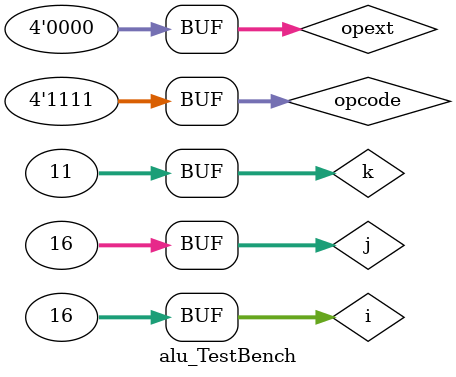
<source format=v>
`timescale 1ns / 1ps


module alu_TestBench;

	// Inputs
	reg [15:0] A;
	reg [15:0] B;
	reg [3:0] opcode;
	reg [3:0] opext;

	// Outputs
	wire [15:0] S;
	wire [4:0] CLFZN;

	// Instantiate the Unit Under Test (UUT)
	ALUmod uut (
		.A(A), 
		.B(B), 
		.opcode(opcode), 
		.S(S), 
		.opext(opext), 
		.CLFZN(CLFZN)
	);
	//Declare any integers and variables here
	integer i,j,k;
	initial 
	begin
		// Initialize Inputs and variables
		A = 0;
		B = 0;
		opcode = 0;
		opext = 0;
		i = 0;
		j = 0;
		k = 0;
		// Wait 100 ns for global reset to finish
		#100;
        
		// Add stimulus here
		
		/*	README PORTION
		*	This testbench will test every opcode, and only certain opcode extentions.
		*	This will be done using a for loop for the base opcode, and I will use a if statement for the extention
		* 	loop which will test all the ext for a particular opcode.
		*  we will test all the corner cases
		*	 A	 |	B
	*	   ____|____
	*		Max |	Max
	*		Max |	Min
	*		Min |	Max
	*		Min | Min
	*		A+B = Max
	*		... = max + 1
	*		A - B = Max -1
	*		min - 1
	*
		*	After we complete the corner case we will test the random values, we will probably complete 100 random for
		* each and it will only show errors
		*/
		//starting opcode for each corner case
		for(i = 0; i < 16; i = i+1)
		begin
			#100;
			//set the opcode for test each option.  
			//if alu doesn't support the opcode it needs to be ignored.
			opcode = i;
			//test max | Max
			if(i == 0)
				begin
					//test the different opcodes extentions for 0000 opext 0000-1111
						
						for(j = 0; j < 16; j = j +1)
						begin
						//testing opext
							
							if(j == 0) //this is nop
							begin
								//test to see if all outputs are 0
								
								//A = 16'b1111111111111111;// max unsign
								//B = 16'b1111111111111111;// max unsign
								//only random is require if it doesn't return 0 for random
								//it won't return 0 for max min and all of them
								//loop through 10 different random numbers
								for(k = 0; k < 11; k = k +1)
								begin
									A = $random % (2^16);
									B = $random % (2^16);
									//may need delay **********************possible need to change the following line
									#50;
									if(S != 0)
									begin
										$monitor("ERROR0: A=%b,B=%B,CLFZN = %b,S = %b,Time",A,B,CLFZN,S,$time);
									
									end// end S != 0
								
								end// end 1st k loop
							end // end nop j == 0 
							//nop is tested
							
							if(j == 1)
							begin
								//This needs an extentive test
								//we first test max
								A = 16'b1111111111111111;// max unsign
								B = 16'b1111111111111111;// max unsign
							   
								//result should be max
							
								#50;
								//test Max&Max
								if(S != 16'b1111111111111111)
								begin
									$monitor("ERROR1: A=%b,B=%B,CLFZN = %b,S = %b,Time",A,B,CLFZN,S,$time);
									
								end//End test Max&Max
								//test Max& 0 expected result 0
								B = 0;
								#50;
								if(S != 0)
								begin
									$monitor("ERROR2: A=%b,B=%B,CLFZN = %b,S = %b,Time",A,B,CLFZN,S,$time);
								end//end test Max&0 
								//Test 3 swap order 0&max expect 0
								A = 0;
								B = 16'b1111111111111111;// max unsign
								#50;
								if(S != 0)
								begin
									$monitor("ERROR3: A=%b,B=%B,CLFZN = %b,S = %b,Time",A,B,CLFZN,S,$time);
								end//end test swap max and 0 0&max 
								// testing every other bit and expect 0
								A = 16'b10101010101010101;
								B = 16'b01010101010101010;
							
								#50
								if(S != 0)
								begin
									$monitor("ERROR4: A=%b,B=%B,CLFZN = %b,S = %b,Time",A,B,CLFZN,S,$time);
								end//end test every other
								//test 0&0 expect 0
								A = 0;
								B = 0;
							
								#50
								if(S != 0)
								begin
									$monitor("ERROR5: A=%b,B=%B,CLFZN = %b,S = %b,Time",A,B,CLFZN,S,$time);
								end//end test 0&0
								//This is the end of all the and tests
							end//end AND j == 1
							if(j == 2)
							begin
								//Test max or max expect max
								A = 16'b1111111111111111;// max unsign
								B = 16'b1111111111111111;// max unsign
							   
								//result should be max
							
								#50;
								//test Max|Max
								if(S != 16'b1111111111111111)
								begin
									$monitor("ERROR6: A=%b,B=%B,CLFZN = %b,S = %b,Time",A,B,CLFZN,S,$time);
									
								end//End test Max|Max
								//test Max| 0 expected result MAX
								B = 0;
								#50;
								if(S != 16'b1111111111111111)
								begin
									$monitor("ERROR7: A=%b,B=%B,CLFZN = %b,S = %b,Time",A,B,CLFZN,S,$time);
								end//end test Max|0 
								//Test 3 swap order 0|max expect max
								A = 0;
								B = 16'b1111111111111111;// max unsign
								#50;
								if(S != 16'b1111111111111111)
								begin
									$monitor("ERROR8: A=%b,B=%B,CLFZN = %b,S = %b,Time",A,B,CLFZN,S,$time);
								end//end test swap max and 0 0|max 
								// testing every other bit and expect max
								A = 16'b10101010101010101;
								B = 16'b01010101010101010;
							
								#50
								if(S != 16'b1111111111111111)
								begin
									$monitor("ERROR9: A=%b,B=%B,CLFZN = %b,S = %b,Time",A,B,CLFZN,S,$time);
								end//end test every other
								//test 0|0 expect 0
								A = 0;
								B = 0;
							
								#50
								if(S != 0)
								begin
									$monitor("ERROR10: A=%b,B=%B,CLFZN = %b,S = %b,Time",A,B,CLFZN,S,$time);
								end//end test 0|0
							
							
							end//end OR j == 2
							if(j == 3)
							begin
								//testing xor
								//Test max xor max expect max
								A = 16'b1111111111111111;// max unsign
								B = 16'b1111111111111111;// max unsign
							   
								//result should be 0
							
								#50;
								//test Max^Max
								if(S != 0)
								begin
									$monitor("ERROR11: A=%b,B=%B,CLFZN = %b,S = %b,Time",A,B,CLFZN,S,$time);
									
								end//End test Max^Max
								//test Max^ 0 expected result MAX
								B = 0;
								#50;
								if(S != 16'b1111111111111111)
								begin
									$monitor("ERROR12: A=%b,B=%B,CLFZN = %b,S = %b,Time",A,B,CLFZN,S,$time);
								end//end test Max^0 
								//Test 3 swap order 0^max expect max
								A = 0;
								B = 16'b1111111111111111;// max unsign
								#50;
								if(S != 16'b1111111111111111)
								begin
									$monitor("ERROR13: A=%b,B=%B,CLFZN = %b,S = %b,Time",A,B,CLFZN,S,$time);
								end//end test swap max and 0 0^max 
								// testing every other bit and expect max
								A = 16'b10101010101010101;
								B = 16'b01010101010101010;
							
								#50
								if(S != 16'b1111111111111111)
								begin
									$monitor("ERROR14: A=%b,B=%B,CLFZN = %b,S = %b,Time",A,B,CLFZN,S,$time);
								end//end test every other
								//test 0^0 expect 0
								A = 0;
								B = 0;
							
								#50
								if(S != 0)
								begin
									$monitor("ERROR15: A=%b,B=%B,CLFZN = %b,S = %b,Time",A,B,CLFZN,S,$time);
								end//end test 0^0
							
							
							end// end XOR j == 3
							//can ignore 0100(j == 4)the imediate values are taken already
							if(j == 5)
							begin
								//Testing add values
								A = 16'b1111111111111111;// -1
								B = 16'b1111111111111111;// -1
							   //result should be 1111111111111110 with CLFZN = 10100
								#50;
								//test Max+Max
								if(S != 16'b1111111111111110 || CLFZN != 5'b10100)
								begin
									$monitor("ERROR16: A=%b,B=%B,CLFZN = %b,S = %b,Time",A,B,CLFZN,S,$time);
								end//End test -1+-1
								//test Min+0 expected result -1 CLFZN = 0
								B = 0;
								#50;
								if(S != 16'b1111111111111111 || CLFZN != 0)
								begin
									$monitor("ERROR17: A=%b,B=%B,CLFZN = %b,S = %b,Time",A,B,CLFZN,S,$time);
								end//end test Max+0 
								//Test 3 swap order 0+-1 expect -1
								A = 0;
								B = 16'b1111111111111111;// -1
								#50;
								if(S != 16'b1111111111111111 || CLFZN != 0)
								begin
									$monitor("ERROR18: A=%b,B=%B,CLFZN = %b,S = %b,Time",A,B,CLFZN,S,$time);
								end//end test max+Min expect 0111111111111110 CLFZN= 10100
								A = 16'b11111111111111111;//-1
								B = 16'b01111111111111111;//MAX
							
								#50
								if(S != 16'b0111111111111110|| CLFZN != 5'b10100)
								begin
									$monitor("ERROR19: A=%b,B=%B,CLFZN = %b,S = %b,Time",A,B,CLFZN,S,$time);
								end//end test every other
								//test 0+0 expect 0
								A = 0;
								B = 0;
								#50
								if(S != 0|| CLFZN != 0)
								begin
									$monitor("ERROR20: A=%b,B=%B,CLFZN = %b,S = %b,Time",A,B,CLFZN,S,$time);
								end//end test 0+0
								//test Max + 1 expect Min and CLFZN = 00100
								A = 16'b00000000000000001;//1
								B = 16'b01111111111111111;//MAX
										  
								#50
								if(S != 16'b10000000000000000|| CLFZN != 5'b00100)
								begin
									$monitor("ERROR21: A=%b,B=%B,CLFZN = %b,S = %b,Time",A,B,CLFZN,S,$time);
								end//end test every other
								//test -1+1 expect 1 with carry flag
								A = 16'b00000000000000001;//1
								B = 16'b11111111111111111;//-1
										  
								#50
								if(S != 16'b00000000000000000|| CLFZN != 5'b10000)
								begin
									$monitor("ERROR22: A=%b,B=%B,CLFZN = %b,S = %b,Time",A,B,CLFZN,S,$time);
								end//end test every other
								//test A+B=Max expect 0 with carry flag
								A = 16'b00000000111111111;//random
								B = 16'b01111111000000000;//random
								#50
								if(S != 16'b01111111111111111|| CLFZN !=0)
								begin
									$monitor("ERROR23: A=%b,B=%B,CLFZN = %b,S = %b,Time",A,B,CLFZN,S,$time);
								end//end test every other
								
								//test random cases now
								for(k = 0; k < 11; k = k+1)
								begin
									A = $random % 2^14;
									B = $random % 2^14;
									#50;
									if(S != (A+B))
									begin
										$monitor("ERRORInLoop2: A=%b,B=%B,CLFZN = %b,S = %b,Time",A,B,CLFZN,S,$time);
									end//end test every other
								end//end k loop for random cases								
							
							end// end ADD j == 5
							if(j == 6)
							begin
								//Testing the unsigned add
								A = 16'b1111111111111111;// Max
								B = 16'b1111111111111111;// Max
							   //result should be 1111111111111110 with CLFZN = 10100
								#50;
								//test Max+Max
								if(S != 16'b1111111111111110 || CLFZN != 5'b10100)
								begin
									$monitor("ERROR24: A=%b,B=%B,CLFZN = %b,S = %b,Time",A,B,CLFZN,S,$time);
								end//End test max+max
								//test Min+0 expected result -1 CLFZN = 0
								B = 0;
								#50;
								if(S != 16'b1111111111111111 || CLFZN != 0)
								begin
									$monitor("ERROR25: A=%b,B=%B,CLFZN = %b,S = %b,Time",A,B,CLFZN,S,$time);
								end//end test Max+0 
								//Test 3 swap order 0+Max expect Max
								A = 0;
								B = 16'b1111111111111111;// MAX
								#50;
								if(S != 16'b1111111111111111 || CLFZN != 0)
								begin
									$monitor("ERROR26: A=%b,B=%B,CLFZN = %b,S = %b,Time",A,B,CLFZN,S,$time);
								end//end test max+Min expect 0111111111111110 CLFZN= 10100
								
								//test 0+0 expect 0
								A = 0;
								B = 0;
								#50
								if(S != 0|| CLFZN != 0)
								begin
									$monitor("ERROR27: A=%b,B=%B,CLFZN = %b,S = %b,Time",A,B,CLFZN,S,$time);
								end//end test 0+0
								//test Max + 1 expect Min and CLFZN = 00100
								A = 16'b00000000000000001;//1
								B = 16'b01111111111111111;//MAX
										  
								#50
								if(S != 16'b10000000000000000|| CLFZN != 5'b00100)
								begin
									$monitor("ERROR21: A=%b,B=%B,CLFZN = %b,S = %b,Time",A,B,CLFZN,S,$time);
								end//end test every other
								//test -1+1 expect 1 with carry flag
								A = 16'b00000000000000001;//1
								B = 16'b11111111111111111;//-1
										  
								#50
								if(S != 16'b00000000000000000|| CLFZN != 5'b10000)
								begin
									$monitor("ERROR22: A=%b,B=%B,CLFZN = %b,S = %b,Time",A,B,CLFZN,S,$time);
								end//end test every other
								//test A+B=Max expect 0 with carry flag
								A = 16'b00000000111111111;//random
								B = 16'b01111111000000000;//random
								#50
								if(S != 16'b01111111111111111|| CLFZN !=0)
								begin
									$monitor("ERROR23: A=%b,B=%B,CLFZN = %b,S = %b,Time",A,B,CLFZN,S,$time);
								end//end test every other
								
								//test random cases now
								for(k = 0; k < 11; k = k+1)
								begin
									A = $random % 2^14;
									B = $random % 2^14;
									#50;
									if(S != (A+B))
									begin
										$monitor("ERRORInLoop2: A=%b,B=%B,CLFZN = %b,S = %b,Time",A,B,CLFZN,S,$time);
									end//end test every other
								end//end k loop for random cases								
							
							
							end// end ADDU j == 6
							if(j == 7)
							begin
							
							
							end// end ADDC j == 7
							//can be ignored 1000(j == 8) the imediate values are taken later
							
							if(j == 9)
							begin
							
							end// end SUB j == 9
							//can be ignored 1010(j == 10) the imediate values are taken later
							//can be ignored 1011(j == 11) the imediate values are taken later
							//can be ignored 1100(j == 12) This is an non-ALU instruction
							if(j == 13)
							begin
							
							end// end MOV j == 13
							if(j == 14)
							begin
							
							end// end RSH j == 14
							//may need to add another case if we add an instruction for 15(1111)
							
							
							
						end//end 1st j loop
					
					
					
					
				end // end if i == 0
				// WE can ignore 0001-0011
				// WE May also want to ignore 0100 and all of the sub opext with it 
					//This depends if any of the instructions deal with the ALU
				
				if(i == 5)
				begin
				
				end//end ADDI i == 5
				if(i == 6)
				begin
				
				end//end ADDUI i == 6
				if(i == 7)
				begin
				
				end//end ADDCI i == 7
				if(i == 8)
				begin
				
				end// end LSHI i == 8
				if(i == 9)
				begin
				
				end// end SUBI i == 9
				if(i == 10)
				begin
					//test 1010 opext codes
					for(j = 0; j < 16; j = j+1)
					begin
						
						//skipp j == 0 the instruction is still open
						if(j == 1)
						begin
						
						end//end ALSH j == 1
						if(j == 2)
						begin
						
						end//end CMPU/I j == 2
						if(j == 3)
						begin
						
						end//end NOT j == 3
						if(j == 4)
						begin
						
						end// end ARSH j == 4
						if(j == 5)
						begin
						
						end// end ADDCU j == 5
						if(j == 5)
						begin
						
						end// end ADDCUI j == 6
						//The rest are unused so we don't need to test them as well.
						
						
					end//end 2nd j loop that is testing 1010
				end// end 1010 i == 10
				if(i == 11)
				begin
				
				end// end CMPI 1011 i == 11
				//ignore 12 it is open and unused 1100
				if(i == 13)
				begin
				
				end// end MOVI 1101
				if(i == 14)
				begin
				
				end// end RSHI 1110
				//skip 15 it is empty
		
		end // end i loop




	end // end initial 
      
endmodule


</source>
